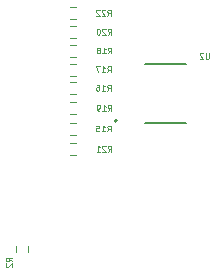
<source format=gbr>
%TF.GenerationSoftware,KiCad,Pcbnew,8.0.5*%
%TF.CreationDate,2024-11-24T20:06:06+03:00*%
%TF.ProjectId,pmod_esp32,706d6f64-5f65-4737-9033-322e6b696361,0.1*%
%TF.SameCoordinates,Original*%
%TF.FileFunction,Legend,Bot*%
%TF.FilePolarity,Positive*%
%FSLAX46Y46*%
G04 Gerber Fmt 4.6, Leading zero omitted, Abs format (unit mm)*
G04 Created by KiCad (PCBNEW 8.0.5) date 2024-11-24 20:06:06*
%MOMM*%
%LPD*%
G01*
G04 APERTURE LIST*
%ADD10C,0.100000*%
%ADD11C,0.120000*%
%ADD12C,0.127000*%
%ADD13C,0.200000*%
G04 APERTURE END LIST*
D10*
X193676109Y-58316666D02*
X193438014Y-58150000D01*
X193676109Y-58030952D02*
X193176109Y-58030952D01*
X193176109Y-58030952D02*
X193176109Y-58221428D01*
X193176109Y-58221428D02*
X193199919Y-58269047D01*
X193199919Y-58269047D02*
X193223728Y-58292857D01*
X193223728Y-58292857D02*
X193271347Y-58316666D01*
X193271347Y-58316666D02*
X193342776Y-58316666D01*
X193342776Y-58316666D02*
X193390395Y-58292857D01*
X193390395Y-58292857D02*
X193414204Y-58269047D01*
X193414204Y-58269047D02*
X193438014Y-58221428D01*
X193438014Y-58221428D02*
X193438014Y-58030952D01*
X193223728Y-58507143D02*
X193199919Y-58530952D01*
X193199919Y-58530952D02*
X193176109Y-58578571D01*
X193176109Y-58578571D02*
X193176109Y-58697619D01*
X193176109Y-58697619D02*
X193199919Y-58745238D01*
X193199919Y-58745238D02*
X193223728Y-58769047D01*
X193223728Y-58769047D02*
X193271347Y-58792857D01*
X193271347Y-58792857D02*
X193318966Y-58792857D01*
X193318966Y-58792857D02*
X193390395Y-58769047D01*
X193390395Y-58769047D02*
X193676109Y-58483333D01*
X193676109Y-58483333D02*
X193676109Y-58792857D01*
X201821428Y-49026109D02*
X201988094Y-48788014D01*
X202107142Y-49026109D02*
X202107142Y-48526109D01*
X202107142Y-48526109D02*
X201916666Y-48526109D01*
X201916666Y-48526109D02*
X201869047Y-48549919D01*
X201869047Y-48549919D02*
X201845237Y-48573728D01*
X201845237Y-48573728D02*
X201821428Y-48621347D01*
X201821428Y-48621347D02*
X201821428Y-48692776D01*
X201821428Y-48692776D02*
X201845237Y-48740395D01*
X201845237Y-48740395D02*
X201869047Y-48764204D01*
X201869047Y-48764204D02*
X201916666Y-48788014D01*
X201916666Y-48788014D02*
X202107142Y-48788014D01*
X201630951Y-48573728D02*
X201607142Y-48549919D01*
X201607142Y-48549919D02*
X201559523Y-48526109D01*
X201559523Y-48526109D02*
X201440475Y-48526109D01*
X201440475Y-48526109D02*
X201392856Y-48549919D01*
X201392856Y-48549919D02*
X201369047Y-48573728D01*
X201369047Y-48573728D02*
X201345237Y-48621347D01*
X201345237Y-48621347D02*
X201345237Y-48668966D01*
X201345237Y-48668966D02*
X201369047Y-48740395D01*
X201369047Y-48740395D02*
X201654761Y-49026109D01*
X201654761Y-49026109D02*
X201345237Y-49026109D01*
X200869047Y-49026109D02*
X201154761Y-49026109D01*
X201011904Y-49026109D02*
X201011904Y-48526109D01*
X201011904Y-48526109D02*
X201059523Y-48597538D01*
X201059523Y-48597538D02*
X201107142Y-48645157D01*
X201107142Y-48645157D02*
X201154761Y-48668966D01*
X201821428Y-39126109D02*
X201988094Y-38888014D01*
X202107142Y-39126109D02*
X202107142Y-38626109D01*
X202107142Y-38626109D02*
X201916666Y-38626109D01*
X201916666Y-38626109D02*
X201869047Y-38649919D01*
X201869047Y-38649919D02*
X201845237Y-38673728D01*
X201845237Y-38673728D02*
X201821428Y-38721347D01*
X201821428Y-38721347D02*
X201821428Y-38792776D01*
X201821428Y-38792776D02*
X201845237Y-38840395D01*
X201845237Y-38840395D02*
X201869047Y-38864204D01*
X201869047Y-38864204D02*
X201916666Y-38888014D01*
X201916666Y-38888014D02*
X202107142Y-38888014D01*
X201630951Y-38673728D02*
X201607142Y-38649919D01*
X201607142Y-38649919D02*
X201559523Y-38626109D01*
X201559523Y-38626109D02*
X201440475Y-38626109D01*
X201440475Y-38626109D02*
X201392856Y-38649919D01*
X201392856Y-38649919D02*
X201369047Y-38673728D01*
X201369047Y-38673728D02*
X201345237Y-38721347D01*
X201345237Y-38721347D02*
X201345237Y-38768966D01*
X201345237Y-38768966D02*
X201369047Y-38840395D01*
X201369047Y-38840395D02*
X201654761Y-39126109D01*
X201654761Y-39126109D02*
X201345237Y-39126109D01*
X201035714Y-38626109D02*
X200988095Y-38626109D01*
X200988095Y-38626109D02*
X200940476Y-38649919D01*
X200940476Y-38649919D02*
X200916666Y-38673728D01*
X200916666Y-38673728D02*
X200892857Y-38721347D01*
X200892857Y-38721347D02*
X200869047Y-38816585D01*
X200869047Y-38816585D02*
X200869047Y-38935633D01*
X200869047Y-38935633D02*
X200892857Y-39030871D01*
X200892857Y-39030871D02*
X200916666Y-39078490D01*
X200916666Y-39078490D02*
X200940476Y-39102300D01*
X200940476Y-39102300D02*
X200988095Y-39126109D01*
X200988095Y-39126109D02*
X201035714Y-39126109D01*
X201035714Y-39126109D02*
X201083333Y-39102300D01*
X201083333Y-39102300D02*
X201107142Y-39078490D01*
X201107142Y-39078490D02*
X201130952Y-39030871D01*
X201130952Y-39030871D02*
X201154761Y-38935633D01*
X201154761Y-38935633D02*
X201154761Y-38816585D01*
X201154761Y-38816585D02*
X201130952Y-38721347D01*
X201130952Y-38721347D02*
X201107142Y-38673728D01*
X201107142Y-38673728D02*
X201083333Y-38649919D01*
X201083333Y-38649919D02*
X201035714Y-38626109D01*
X201771428Y-42326109D02*
X201938094Y-42088014D01*
X202057142Y-42326109D02*
X202057142Y-41826109D01*
X202057142Y-41826109D02*
X201866666Y-41826109D01*
X201866666Y-41826109D02*
X201819047Y-41849919D01*
X201819047Y-41849919D02*
X201795237Y-41873728D01*
X201795237Y-41873728D02*
X201771428Y-41921347D01*
X201771428Y-41921347D02*
X201771428Y-41992776D01*
X201771428Y-41992776D02*
X201795237Y-42040395D01*
X201795237Y-42040395D02*
X201819047Y-42064204D01*
X201819047Y-42064204D02*
X201866666Y-42088014D01*
X201866666Y-42088014D02*
X202057142Y-42088014D01*
X201295237Y-42326109D02*
X201580951Y-42326109D01*
X201438094Y-42326109D02*
X201438094Y-41826109D01*
X201438094Y-41826109D02*
X201485713Y-41897538D01*
X201485713Y-41897538D02*
X201533332Y-41945157D01*
X201533332Y-41945157D02*
X201580951Y-41968966D01*
X201128571Y-41826109D02*
X200795238Y-41826109D01*
X200795238Y-41826109D02*
X201009523Y-42326109D01*
X210380952Y-40676109D02*
X210380952Y-41080871D01*
X210380952Y-41080871D02*
X210357142Y-41128490D01*
X210357142Y-41128490D02*
X210333333Y-41152300D01*
X210333333Y-41152300D02*
X210285714Y-41176109D01*
X210285714Y-41176109D02*
X210190476Y-41176109D01*
X210190476Y-41176109D02*
X210142857Y-41152300D01*
X210142857Y-41152300D02*
X210119047Y-41128490D01*
X210119047Y-41128490D02*
X210095238Y-41080871D01*
X210095238Y-41080871D02*
X210095238Y-40676109D01*
X209880951Y-40723728D02*
X209857142Y-40699919D01*
X209857142Y-40699919D02*
X209809523Y-40676109D01*
X209809523Y-40676109D02*
X209690475Y-40676109D01*
X209690475Y-40676109D02*
X209642856Y-40699919D01*
X209642856Y-40699919D02*
X209619047Y-40723728D01*
X209619047Y-40723728D02*
X209595237Y-40771347D01*
X209595237Y-40771347D02*
X209595237Y-40818966D01*
X209595237Y-40818966D02*
X209619047Y-40890395D01*
X209619047Y-40890395D02*
X209904761Y-41176109D01*
X209904761Y-41176109D02*
X209595237Y-41176109D01*
X201783928Y-37526109D02*
X201950594Y-37288014D01*
X202069642Y-37526109D02*
X202069642Y-37026109D01*
X202069642Y-37026109D02*
X201879166Y-37026109D01*
X201879166Y-37026109D02*
X201831547Y-37049919D01*
X201831547Y-37049919D02*
X201807737Y-37073728D01*
X201807737Y-37073728D02*
X201783928Y-37121347D01*
X201783928Y-37121347D02*
X201783928Y-37192776D01*
X201783928Y-37192776D02*
X201807737Y-37240395D01*
X201807737Y-37240395D02*
X201831547Y-37264204D01*
X201831547Y-37264204D02*
X201879166Y-37288014D01*
X201879166Y-37288014D02*
X202069642Y-37288014D01*
X201593451Y-37073728D02*
X201569642Y-37049919D01*
X201569642Y-37049919D02*
X201522023Y-37026109D01*
X201522023Y-37026109D02*
X201402975Y-37026109D01*
X201402975Y-37026109D02*
X201355356Y-37049919D01*
X201355356Y-37049919D02*
X201331547Y-37073728D01*
X201331547Y-37073728D02*
X201307737Y-37121347D01*
X201307737Y-37121347D02*
X201307737Y-37168966D01*
X201307737Y-37168966D02*
X201331547Y-37240395D01*
X201331547Y-37240395D02*
X201617261Y-37526109D01*
X201617261Y-37526109D02*
X201307737Y-37526109D01*
X201117261Y-37073728D02*
X201093452Y-37049919D01*
X201093452Y-37049919D02*
X201045833Y-37026109D01*
X201045833Y-37026109D02*
X200926785Y-37026109D01*
X200926785Y-37026109D02*
X200879166Y-37049919D01*
X200879166Y-37049919D02*
X200855357Y-37073728D01*
X200855357Y-37073728D02*
X200831547Y-37121347D01*
X200831547Y-37121347D02*
X200831547Y-37168966D01*
X200831547Y-37168966D02*
X200855357Y-37240395D01*
X200855357Y-37240395D02*
X201141071Y-37526109D01*
X201141071Y-37526109D02*
X200831547Y-37526109D01*
X201821428Y-40726109D02*
X201988094Y-40488014D01*
X202107142Y-40726109D02*
X202107142Y-40226109D01*
X202107142Y-40226109D02*
X201916666Y-40226109D01*
X201916666Y-40226109D02*
X201869047Y-40249919D01*
X201869047Y-40249919D02*
X201845237Y-40273728D01*
X201845237Y-40273728D02*
X201821428Y-40321347D01*
X201821428Y-40321347D02*
X201821428Y-40392776D01*
X201821428Y-40392776D02*
X201845237Y-40440395D01*
X201845237Y-40440395D02*
X201869047Y-40464204D01*
X201869047Y-40464204D02*
X201916666Y-40488014D01*
X201916666Y-40488014D02*
X202107142Y-40488014D01*
X201345237Y-40726109D02*
X201630951Y-40726109D01*
X201488094Y-40726109D02*
X201488094Y-40226109D01*
X201488094Y-40226109D02*
X201535713Y-40297538D01*
X201535713Y-40297538D02*
X201583332Y-40345157D01*
X201583332Y-40345157D02*
X201630951Y-40368966D01*
X201059523Y-40440395D02*
X201107142Y-40416585D01*
X201107142Y-40416585D02*
X201130952Y-40392776D01*
X201130952Y-40392776D02*
X201154761Y-40345157D01*
X201154761Y-40345157D02*
X201154761Y-40321347D01*
X201154761Y-40321347D02*
X201130952Y-40273728D01*
X201130952Y-40273728D02*
X201107142Y-40249919D01*
X201107142Y-40249919D02*
X201059523Y-40226109D01*
X201059523Y-40226109D02*
X200964285Y-40226109D01*
X200964285Y-40226109D02*
X200916666Y-40249919D01*
X200916666Y-40249919D02*
X200892857Y-40273728D01*
X200892857Y-40273728D02*
X200869047Y-40321347D01*
X200869047Y-40321347D02*
X200869047Y-40345157D01*
X200869047Y-40345157D02*
X200892857Y-40392776D01*
X200892857Y-40392776D02*
X200916666Y-40416585D01*
X200916666Y-40416585D02*
X200964285Y-40440395D01*
X200964285Y-40440395D02*
X201059523Y-40440395D01*
X201059523Y-40440395D02*
X201107142Y-40464204D01*
X201107142Y-40464204D02*
X201130952Y-40488014D01*
X201130952Y-40488014D02*
X201154761Y-40535633D01*
X201154761Y-40535633D02*
X201154761Y-40630871D01*
X201154761Y-40630871D02*
X201130952Y-40678490D01*
X201130952Y-40678490D02*
X201107142Y-40702300D01*
X201107142Y-40702300D02*
X201059523Y-40726109D01*
X201059523Y-40726109D02*
X200964285Y-40726109D01*
X200964285Y-40726109D02*
X200916666Y-40702300D01*
X200916666Y-40702300D02*
X200892857Y-40678490D01*
X200892857Y-40678490D02*
X200869047Y-40630871D01*
X200869047Y-40630871D02*
X200869047Y-40535633D01*
X200869047Y-40535633D02*
X200892857Y-40488014D01*
X200892857Y-40488014D02*
X200916666Y-40464204D01*
X200916666Y-40464204D02*
X200964285Y-40440395D01*
X201821428Y-45576109D02*
X201988094Y-45338014D01*
X202107142Y-45576109D02*
X202107142Y-45076109D01*
X202107142Y-45076109D02*
X201916666Y-45076109D01*
X201916666Y-45076109D02*
X201869047Y-45099919D01*
X201869047Y-45099919D02*
X201845237Y-45123728D01*
X201845237Y-45123728D02*
X201821428Y-45171347D01*
X201821428Y-45171347D02*
X201821428Y-45242776D01*
X201821428Y-45242776D02*
X201845237Y-45290395D01*
X201845237Y-45290395D02*
X201869047Y-45314204D01*
X201869047Y-45314204D02*
X201916666Y-45338014D01*
X201916666Y-45338014D02*
X202107142Y-45338014D01*
X201345237Y-45576109D02*
X201630951Y-45576109D01*
X201488094Y-45576109D02*
X201488094Y-45076109D01*
X201488094Y-45076109D02*
X201535713Y-45147538D01*
X201535713Y-45147538D02*
X201583332Y-45195157D01*
X201583332Y-45195157D02*
X201630951Y-45218966D01*
X201107142Y-45576109D02*
X201011904Y-45576109D01*
X201011904Y-45576109D02*
X200964285Y-45552300D01*
X200964285Y-45552300D02*
X200940476Y-45528490D01*
X200940476Y-45528490D02*
X200892857Y-45457061D01*
X200892857Y-45457061D02*
X200869047Y-45361823D01*
X200869047Y-45361823D02*
X200869047Y-45171347D01*
X200869047Y-45171347D02*
X200892857Y-45123728D01*
X200892857Y-45123728D02*
X200916666Y-45099919D01*
X200916666Y-45099919D02*
X200964285Y-45076109D01*
X200964285Y-45076109D02*
X201059523Y-45076109D01*
X201059523Y-45076109D02*
X201107142Y-45099919D01*
X201107142Y-45099919D02*
X201130952Y-45123728D01*
X201130952Y-45123728D02*
X201154761Y-45171347D01*
X201154761Y-45171347D02*
X201154761Y-45290395D01*
X201154761Y-45290395D02*
X201130952Y-45338014D01*
X201130952Y-45338014D02*
X201107142Y-45361823D01*
X201107142Y-45361823D02*
X201059523Y-45385633D01*
X201059523Y-45385633D02*
X200964285Y-45385633D01*
X200964285Y-45385633D02*
X200916666Y-45361823D01*
X200916666Y-45361823D02*
X200892857Y-45338014D01*
X200892857Y-45338014D02*
X200869047Y-45290395D01*
X201771428Y-43876109D02*
X201938094Y-43638014D01*
X202057142Y-43876109D02*
X202057142Y-43376109D01*
X202057142Y-43376109D02*
X201866666Y-43376109D01*
X201866666Y-43376109D02*
X201819047Y-43399919D01*
X201819047Y-43399919D02*
X201795237Y-43423728D01*
X201795237Y-43423728D02*
X201771428Y-43471347D01*
X201771428Y-43471347D02*
X201771428Y-43542776D01*
X201771428Y-43542776D02*
X201795237Y-43590395D01*
X201795237Y-43590395D02*
X201819047Y-43614204D01*
X201819047Y-43614204D02*
X201866666Y-43638014D01*
X201866666Y-43638014D02*
X202057142Y-43638014D01*
X201295237Y-43876109D02*
X201580951Y-43876109D01*
X201438094Y-43876109D02*
X201438094Y-43376109D01*
X201438094Y-43376109D02*
X201485713Y-43447538D01*
X201485713Y-43447538D02*
X201533332Y-43495157D01*
X201533332Y-43495157D02*
X201580951Y-43518966D01*
X200866666Y-43376109D02*
X200961904Y-43376109D01*
X200961904Y-43376109D02*
X201009523Y-43399919D01*
X201009523Y-43399919D02*
X201033333Y-43423728D01*
X201033333Y-43423728D02*
X201080952Y-43495157D01*
X201080952Y-43495157D02*
X201104761Y-43590395D01*
X201104761Y-43590395D02*
X201104761Y-43780871D01*
X201104761Y-43780871D02*
X201080952Y-43828490D01*
X201080952Y-43828490D02*
X201057142Y-43852300D01*
X201057142Y-43852300D02*
X201009523Y-43876109D01*
X201009523Y-43876109D02*
X200914285Y-43876109D01*
X200914285Y-43876109D02*
X200866666Y-43852300D01*
X200866666Y-43852300D02*
X200842857Y-43828490D01*
X200842857Y-43828490D02*
X200819047Y-43780871D01*
X200819047Y-43780871D02*
X200819047Y-43661823D01*
X200819047Y-43661823D02*
X200842857Y-43614204D01*
X200842857Y-43614204D02*
X200866666Y-43590395D01*
X200866666Y-43590395D02*
X200914285Y-43566585D01*
X200914285Y-43566585D02*
X201009523Y-43566585D01*
X201009523Y-43566585D02*
X201057142Y-43590395D01*
X201057142Y-43590395D02*
X201080952Y-43614204D01*
X201080952Y-43614204D02*
X201104761Y-43661823D01*
X201771428Y-47326109D02*
X201938094Y-47088014D01*
X202057142Y-47326109D02*
X202057142Y-46826109D01*
X202057142Y-46826109D02*
X201866666Y-46826109D01*
X201866666Y-46826109D02*
X201819047Y-46849919D01*
X201819047Y-46849919D02*
X201795237Y-46873728D01*
X201795237Y-46873728D02*
X201771428Y-46921347D01*
X201771428Y-46921347D02*
X201771428Y-46992776D01*
X201771428Y-46992776D02*
X201795237Y-47040395D01*
X201795237Y-47040395D02*
X201819047Y-47064204D01*
X201819047Y-47064204D02*
X201866666Y-47088014D01*
X201866666Y-47088014D02*
X202057142Y-47088014D01*
X201295237Y-47326109D02*
X201580951Y-47326109D01*
X201438094Y-47326109D02*
X201438094Y-46826109D01*
X201438094Y-46826109D02*
X201485713Y-46897538D01*
X201485713Y-46897538D02*
X201533332Y-46945157D01*
X201533332Y-46945157D02*
X201580951Y-46968966D01*
X200842857Y-46826109D02*
X201080952Y-46826109D01*
X201080952Y-46826109D02*
X201104761Y-47064204D01*
X201104761Y-47064204D02*
X201080952Y-47040395D01*
X201080952Y-47040395D02*
X201033333Y-47016585D01*
X201033333Y-47016585D02*
X200914285Y-47016585D01*
X200914285Y-47016585D02*
X200866666Y-47040395D01*
X200866666Y-47040395D02*
X200842857Y-47064204D01*
X200842857Y-47064204D02*
X200819047Y-47111823D01*
X200819047Y-47111823D02*
X200819047Y-47230871D01*
X200819047Y-47230871D02*
X200842857Y-47278490D01*
X200842857Y-47278490D02*
X200866666Y-47302300D01*
X200866666Y-47302300D02*
X200914285Y-47326109D01*
X200914285Y-47326109D02*
X201033333Y-47326109D01*
X201033333Y-47326109D02*
X201080952Y-47302300D01*
X201080952Y-47302300D02*
X201104761Y-47278490D01*
D11*
%TO.C,R2*%
X194027500Y-57554724D02*
X194027500Y-57045276D01*
X195072500Y-57554724D02*
X195072500Y-57045276D01*
%TO.C,R21*%
X199154724Y-48277500D02*
X198645276Y-48277500D01*
X199154724Y-49322500D02*
X198645276Y-49322500D01*
%TO.C,R20*%
X199154724Y-38377500D02*
X198645276Y-38377500D01*
X199154724Y-39422500D02*
X198645276Y-39422500D01*
%TO.C,R17*%
X199154724Y-41577500D02*
X198645276Y-41577500D01*
X199154724Y-42622500D02*
X198645276Y-42622500D01*
D12*
%TO.C,U2*%
X204935000Y-41650000D02*
X208465000Y-41650000D01*
X208465000Y-46650000D02*
X204935000Y-46650000D01*
D13*
X202610000Y-46425000D02*
G75*
G02*
X202410000Y-46425000I-100000J0D01*
G01*
X202410000Y-46425000D02*
G75*
G02*
X202610000Y-46425000I100000J0D01*
G01*
D11*
%TO.C,R22*%
X199167224Y-36777500D02*
X198657776Y-36777500D01*
X199167224Y-37822500D02*
X198657776Y-37822500D01*
%TO.C,R18*%
X199142224Y-39977500D02*
X198632776Y-39977500D01*
X199142224Y-41022500D02*
X198632776Y-41022500D01*
%TO.C,R19*%
X199154724Y-44827500D02*
X198645276Y-44827500D01*
X199154724Y-45872500D02*
X198645276Y-45872500D01*
%TO.C,R16*%
X199154724Y-43127500D02*
X198645276Y-43127500D01*
X199154724Y-44172500D02*
X198645276Y-44172500D01*
%TO.C,R15*%
X199154724Y-46577500D02*
X198645276Y-46577500D01*
X199154724Y-47622500D02*
X198645276Y-47622500D01*
%TD*%
M02*

</source>
